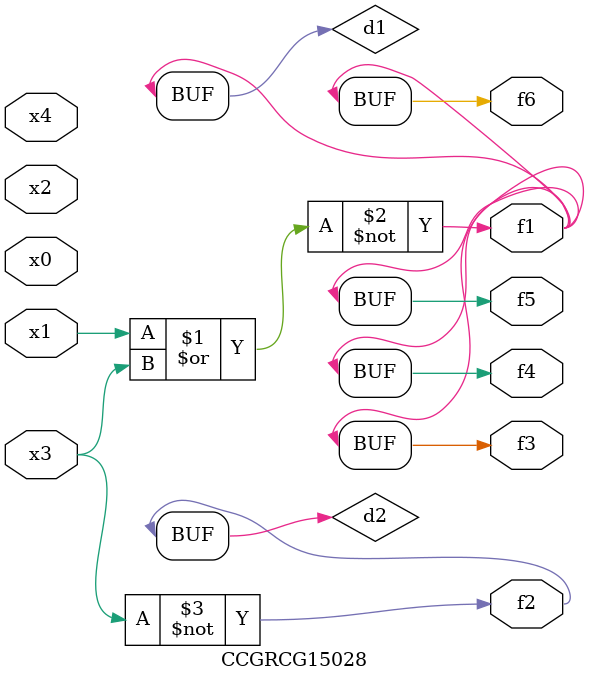
<source format=v>
module CCGRCG15028(
	input x0, x1, x2, x3, x4,
	output f1, f2, f3, f4, f5, f6
);

	wire d1, d2;

	nor (d1, x1, x3);
	not (d2, x3);
	assign f1 = d1;
	assign f2 = d2;
	assign f3 = d1;
	assign f4 = d1;
	assign f5 = d1;
	assign f6 = d1;
endmodule

</source>
